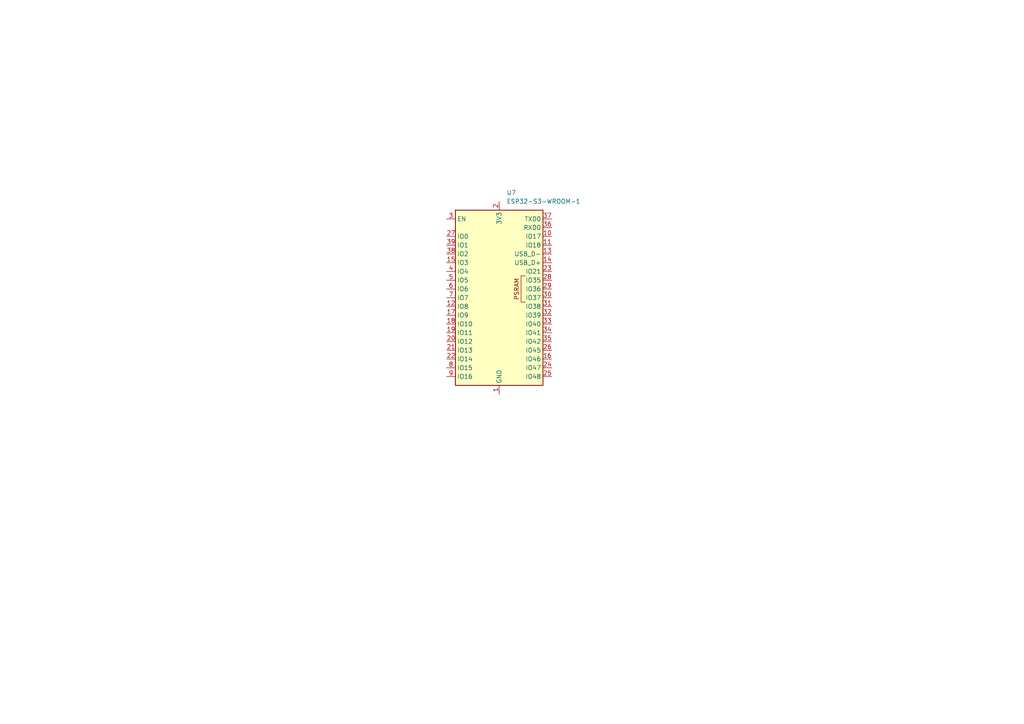
<source format=kicad_sch>
(kicad_sch (version 20250114) (generator "eeschema") (generator_version "9.0")
  (paper "A4")
  (lib_symbols
    (symbol "RF_Module:ESP32-S3-WROOM-1"
      (property "Reference" "U" (at -12.7 26.67 0))
      (property "Value" "ESP32-S3-WROOM-1" (at 12.7 26.67 0))
      (symbol "ESP32-S3-WROOM-1_0_0"
        (rectangle (start -12.7 25.4) (end 12.7 -25.4) (stroke (width 0.254)) (fill (type background)))
        (text "PSRAM" (at 5.08 2.54 900) (effects (font (size 1.27 1.27))))
      )
      (symbol "ESP32-S3-WROOM-1_0_1"
        (polyline (pts (xy 7.62 -1.27) (xy 6.35 -1.27) (xy 6.35 6.35) (xy 7.62 6.35)))
      )
      (symbol "ESP32-S3-WROOM-1_1_1"
        (pin input line (at -15.24 22.86 0) (length 2.54) (name "EN") (number "3"))
        (pin bidirectional line (at -15.24 17.78 0) (length 2.54) (name "IO0") (number "27"))
        (pin bidirectional line (at -15.24 15.24 0) (length 2.54) (name "IO1") (number "39"))
        (pin bidirectional line (at -15.24 12.7 0) (length 2.54) (name "IO2") (number "38"))
        (pin bidirectional line (at -15.24 10.16 0) (length 2.54) (name "IO3") (number "15"))
        (pin bidirectional line (at -15.24 7.62 0) (length 2.54) (name "IO4") (number "4"))
        (pin bidirectional line (at -15.24 5.08 0) (length 2.54) (name "IO5") (number "5"))
        (pin bidirectional line (at -15.24 2.54 0) (length 2.54) (name "IO6") (number "6"))
        (pin bidirectional line (at -15.24 0 0) (length 2.54) (name "IO7") (number "7"))
        (pin bidirectional line (at -15.24 -2.54 0) (length 2.54) (name "IO8") (number "12"))
        (pin bidirectional line (at -15.24 -5.08 0) (length 2.54) (name "IO9") (number "17"))
        (pin bidirectional line (at -15.24 -7.62 0) (length 2.54) (name "IO10") (number "18"))
        (pin bidirectional line (at -15.24 -10.16 0) (length 2.54) (name "IO11") (number "19"))
        (pin bidirectional line (at -15.24 -12.7 0) (length 2.54) (name "IO12") (number "20"))
        (pin bidirectional line (at -15.24 -15.24 0) (length 2.54) (name "IO13") (number "21"))
        (pin bidirectional line (at -15.24 -17.78 0) (length 2.54) (name "IO14") (number "22"))
        (pin bidirectional line (at -15.24 -20.32 0) (length 2.54) (name "IO15") (number "8"))
        (pin bidirectional line (at -15.24 -22.86 0) (length 2.54) (name "IO16") (number "9"))
        (pin power_in line (at 0 27.94 270) (length 2.54) (name "3V3") (number "2"))
        (pin power_in line (at 0 -27.94 90) (length 2.54) (name "GND") (number "1"))
        (pin passive line (at 0 -27.94 90) (length 2.54) (hide yes) (name "GND") (number "40"))
        (pin passive line (at 0 -27.94 90) (length 2.54) (hide yes) (name "GND") (number "41"))
        (pin bidirectional line (at 15.24 22.86 180) (length 2.54) (name "TXD0") (number "37"))
        (pin bidirectional line (at 15.24 20.32 180) (length 2.54) (name "RXD0") (number "36"))
        (pin bidirectional line (at 15.24 17.78 180) (length 2.54) (name "IO17") (number "10"))
        (pin bidirectional line (at 15.24 15.24 180) (length 2.54) (name "IO18") (number "11"))
        (pin bidirectional line (at 15.24 12.7 180) (length 2.54) (name "USB_D-") (number "13"))
        (pin bidirectional line (at 15.24 10.16 180) (length 2.54) (name "USB_D+") (number "14"))
        (pin bidirectional line (at 15.24 7.62 180) (length 2.54) (name "IO21") (number "23"))
        (pin bidirectional line (at 15.24 5.08 180) (length 2.54) (name "IO35") (number "28"))
        (pin bidirectional line (at 15.24 2.54 180) (length 2.54) (name "IO36") (number "29"))
        (pin bidirectional line (at 15.24 0 180) (length 2.54) (name "IO37") (number "30"))
        (pin bidirectional line (at 15.24 -2.54 180) (length 2.54) (name "IO38") (number "31"))
        (pin bidirectional line (at 15.24 -5.08 180) (length 2.54) (name "IO39") (number "32"))
        (pin bidirectional line (at 15.24 -7.62 180) (length 2.54) (name "IO40") (number "33"))
        (pin bidirectional line (at 15.24 -10.16 180) (length 2.54) (name "IO41") (number "34"))
        (pin bidirectional line (at 15.24 -12.7 180) (length 2.54) (name "IO42") (number "35"))
        (pin bidirectional line (at 15.24 -15.24 180) (length 2.54) (name "IO45") (number "26"))
        (pin bidirectional line (at 15.24 -17.78 180) (length 2.54) (name "IO46") (number "16"))
        (pin bidirectional line (at 15.24 -20.32 180) (length 2.54) (name "IO47") (number "24"))
        (pin bidirectional line (at 15.24 -22.86 180) (length 2.54) (name "IO48") (number "25"))
      )
    )
  )
  (symbol (lib_id "RF_Module:ESP32-S3-WROOM-1") (at 144.78 86.36 0) (unit 1)
    (property "Reference" "U7" (at 146.9233 55.88 0) (effects (justify left)))
    (property "Value" "ESP32-S3-WROOM-1" (at 146.9233 58.42 0) (effects (justify left)))
    (property "Footprint" "RF_Module:ESP32-S3-WROOM-1" (effects (hide yes)))
    (property "Datasheet" "https://www.espressif.com/sites/default/files/documentation/esp32-s3-wroom-1_wroom-1u_datasheet_en.pdf" (effects (hide yes)))
    (property "Description" "RF Module, ESP32-S3 SoC, Wi-Fi 802.11b/g/n, Bluetooth, BLE, 32-bit, 3.3V, onboard antenna, SMD" (effects (hide yes)))
  )
)
</source>
